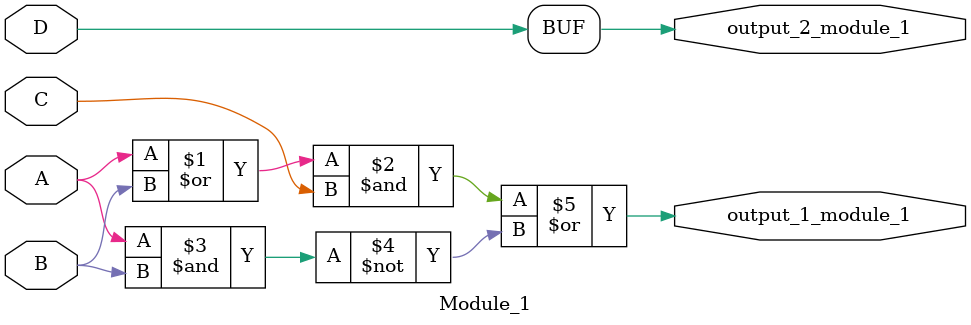
<source format=v>
module Module_1(A,B,C,D,output_1_module_1, output_2_module_1);

input A,B,C,D;
output output_1_module_1, output_2_module_1;

// interim signals

assign output_1_module_1 = ((A|B)&(C)) | (~(A&B));
assign output_2_module_1 = D;

endmodule
</source>
